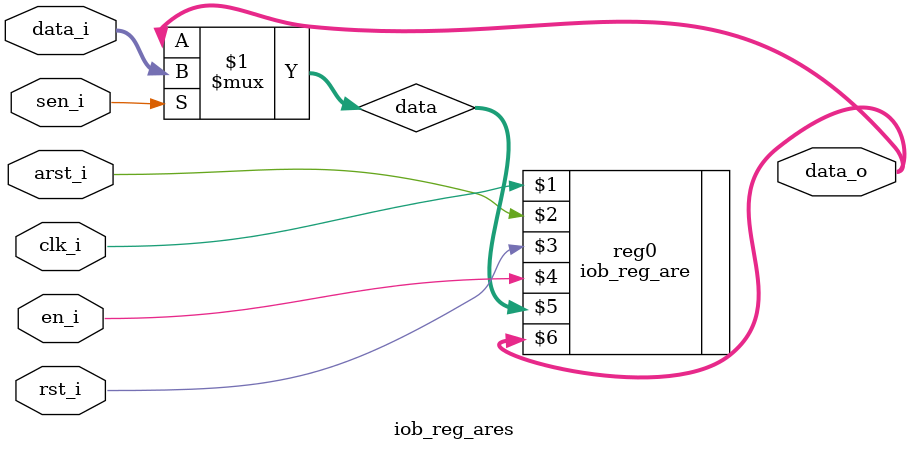
<source format=v>
`timescale 1ns / 1ps

module iob_reg_ares
  #(
    parameter DATA_W = 0,
    parameter RST_VAL = 0
    )
   (
    input               clk_i,
    input               arst_i,
    input               rst_i,
    input               en_i,
    input               sen_i,
    input [DATA_W-1:0]  data_i,
    output [DATA_W-1:0] data_o
    );

   wire [DATA_W-1:0]    data;
   assign data = sen_i? data_i: data_o;

   iob_reg_are #(DATA_W, RST_VAL) reg0 (clk_i, arst_i, rst_i, en_i, data, data_o);

endmodule

</source>
